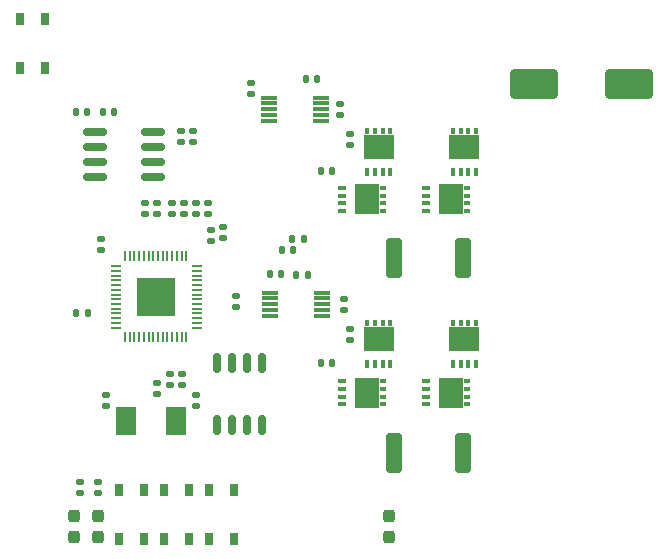
<source format=gtp>
G04 #@! TF.GenerationSoftware,KiCad,Pcbnew,(6.0.6)*
G04 #@! TF.CreationDate,2022-09-05T23:03:05+09:00*
G04 #@! TF.ProjectId,RP_MD,52505f4d-442e-46b6-9963-61645f706362,rev?*
G04 #@! TF.SameCoordinates,Original*
G04 #@! TF.FileFunction,Paste,Top*
G04 #@! TF.FilePolarity,Positive*
%FSLAX46Y46*%
G04 Gerber Fmt 4.6, Leading zero omitted, Abs format (unit mm)*
G04 Created by KiCad (PCBNEW (6.0.6)) date 2022-09-05 23:03:05*
%MOMM*%
%LPD*%
G01*
G04 APERTURE LIST*
G04 Aperture macros list*
%AMRoundRect*
0 Rectangle with rounded corners*
0 $1 Rounding radius*
0 $2 $3 $4 $5 $6 $7 $8 $9 X,Y pos of 4 corners*
0 Add a 4 corners polygon primitive as box body*
4,1,4,$2,$3,$4,$5,$6,$7,$8,$9,$2,$3,0*
0 Add four circle primitives for the rounded corners*
1,1,$1+$1,$2,$3*
1,1,$1+$1,$4,$5*
1,1,$1+$1,$6,$7*
1,1,$1+$1,$8,$9*
0 Add four rect primitives between the rounded corners*
20,1,$1+$1,$2,$3,$4,$5,0*
20,1,$1+$1,$4,$5,$6,$7,0*
20,1,$1+$1,$6,$7,$8,$9,0*
20,1,$1+$1,$8,$9,$2,$3,0*%
G04 Aperture macros list end*
%ADD10RoundRect,0.147500X-0.172500X0.147500X-0.172500X-0.147500X0.172500X-0.147500X0.172500X0.147500X0*%
%ADD11RoundRect,0.147500X-0.147500X-0.172500X0.147500X-0.172500X0.147500X0.172500X-0.147500X0.172500X0*%
%ADD12RoundRect,0.147500X0.172500X-0.147500X0.172500X0.147500X-0.172500X0.147500X-0.172500X-0.147500X0*%
%ADD13RoundRect,0.147500X0.147500X0.172500X-0.147500X0.172500X-0.147500X-0.172500X0.147500X-0.172500X0*%
%ADD14R,1.400000X0.300000*%
%ADD15RoundRect,0.250000X0.425000X1.425000X-0.425000X1.425000X-0.425000X-1.425000X0.425000X-1.425000X0*%
%ADD16R,0.875000X0.200000*%
%ADD17R,0.200000X0.875000*%
%ADD18R,3.200000X3.200000*%
%ADD19RoundRect,0.237500X0.237500X-0.287500X0.237500X0.287500X-0.237500X0.287500X-0.237500X-0.287500X0*%
%ADD20R,0.650000X1.050000*%
%ADD21R,1.800000X2.400000*%
%ADD22RoundRect,0.150000X-0.825000X-0.150000X0.825000X-0.150000X0.825000X0.150000X-0.825000X0.150000X0*%
%ADD23RoundRect,0.250000X-1.750000X-1.000000X1.750000X-1.000000X1.750000X1.000000X-1.750000X1.000000X0*%
%ADD24RoundRect,0.150000X-0.150000X0.675000X-0.150000X-0.675000X0.150000X-0.675000X0.150000X0.675000X0*%
%ADD25R,0.400000X0.700000*%
%ADD26R,0.400000X0.600000*%
%ADD27R,2.650000X2.100000*%
%ADD28R,0.700000X0.400000*%
%ADD29R,0.600000X0.400000*%
%ADD30R,2.100000X2.650000*%
G04 APERTURE END LIST*
D10*
X117094000Y-73937000D03*
X117094000Y-74907000D03*
D11*
X114973000Y-80264000D03*
X115943000Y-80264000D03*
D12*
X121808000Y-71859000D03*
X121808000Y-70889000D03*
X123808000Y-65771000D03*
X123808000Y-64801000D03*
X120792000Y-71859000D03*
X120792000Y-70889000D03*
X124824000Y-65771000D03*
X124824000Y-64801000D03*
D10*
X122936000Y-85367000D03*
X122936000Y-86337000D03*
X125110000Y-70889000D03*
X125110000Y-71859000D03*
X126126000Y-70889000D03*
X126126000Y-71859000D03*
X117490000Y-87145000D03*
X117490000Y-88115000D03*
X125110000Y-87145000D03*
X125110000Y-88115000D03*
X137287000Y-62507000D03*
X137287000Y-63477000D03*
X137668000Y-79017000D03*
X137668000Y-79987000D03*
D11*
X133579000Y-77010000D03*
X134549000Y-77010000D03*
D10*
X127396000Y-72921000D03*
X127396000Y-73891000D03*
D12*
X138176000Y-66017000D03*
X138176000Y-65047000D03*
D13*
X136629000Y-68199000D03*
X135659000Y-68199000D03*
D12*
X129794000Y-61699000D03*
X129794000Y-60729000D03*
D13*
X115911000Y-63254000D03*
X114941000Y-63254000D03*
D11*
X117227000Y-63254000D03*
X118197000Y-63254000D03*
D12*
X121808000Y-87099000D03*
X121808000Y-86129000D03*
X138176000Y-82527000D03*
X138176000Y-81557000D03*
D13*
X136629000Y-84455000D03*
X135659000Y-84455000D03*
D11*
X131341000Y-76962000D03*
X132311000Y-76962000D03*
D14*
X135804000Y-80502000D03*
X135804000Y-80002000D03*
X135804000Y-79502000D03*
X135804000Y-79002000D03*
X135804000Y-78502000D03*
X131404000Y-78502000D03*
X131404000Y-79002000D03*
X131404000Y-79502000D03*
X131404000Y-80002000D03*
X131404000Y-80502000D03*
D15*
X147680000Y-92075000D03*
X141880000Y-92075000D03*
D16*
X118293500Y-76267000D03*
X118293500Y-76667000D03*
X118293500Y-77067000D03*
X118293500Y-77467000D03*
X118293500Y-77867000D03*
X118293500Y-78267000D03*
X118293500Y-78667000D03*
X118293500Y-79067000D03*
X118293500Y-79467000D03*
X118293500Y-79867000D03*
X118293500Y-80267000D03*
X118293500Y-80667000D03*
X118293500Y-81067000D03*
X118293500Y-81467000D03*
D17*
X119081000Y-82304500D03*
X119481000Y-82304500D03*
X119881000Y-82304500D03*
X120281000Y-82304500D03*
X120681000Y-82304500D03*
X121081000Y-82304500D03*
X121481000Y-82304500D03*
X121881000Y-82304500D03*
X122281000Y-82304500D03*
X122681000Y-82304500D03*
X123081000Y-82304500D03*
X123481000Y-82304500D03*
X123881000Y-82304500D03*
X124281000Y-82304500D03*
D16*
X125168500Y-81467000D03*
X125168500Y-81067000D03*
X125168500Y-80667000D03*
X125168500Y-80267000D03*
X125168500Y-79867000D03*
X125168500Y-79467000D03*
X125168500Y-79067000D03*
X125168500Y-78667000D03*
X125168500Y-78267000D03*
X125168500Y-77867000D03*
X125168500Y-77467000D03*
X125168500Y-77067000D03*
X125168500Y-76667000D03*
X125168500Y-76267000D03*
D17*
X124281000Y-75429500D03*
X123881000Y-75429500D03*
X123481000Y-75429500D03*
X123081000Y-75429500D03*
X122681000Y-75429500D03*
X122281000Y-75429500D03*
X121881000Y-75429500D03*
X121481000Y-75429500D03*
X121081000Y-75429500D03*
X120681000Y-75429500D03*
X120281000Y-75429500D03*
X119881000Y-75429500D03*
X119481000Y-75429500D03*
X119081000Y-75429500D03*
D18*
X121681000Y-78867000D03*
D10*
X123078000Y-70889000D03*
X123078000Y-71859000D03*
D12*
X124094000Y-71859000D03*
X124094000Y-70889000D03*
D19*
X116840000Y-99165000D03*
X116840000Y-97415000D03*
D12*
X116840000Y-95481000D03*
X116840000Y-94511000D03*
D20*
X120725000Y-99405000D03*
X120725000Y-95255000D03*
X118575000Y-95255000D03*
X118575000Y-99405000D03*
X124535000Y-99405000D03*
X124535000Y-95255000D03*
X122385000Y-95255000D03*
X122385000Y-99405000D03*
X126179000Y-99405000D03*
X126179000Y-95255000D03*
X128329000Y-95255000D03*
X128329000Y-99405000D03*
D21*
X119200000Y-89408000D03*
X123400000Y-89408000D03*
D15*
X147680000Y-75565000D03*
X141880000Y-75565000D03*
D22*
X116507000Y-64905000D03*
X116507000Y-66175000D03*
X116507000Y-67445000D03*
X116507000Y-68715000D03*
X121457000Y-68715000D03*
X121457000Y-67445000D03*
X121457000Y-66175000D03*
X121457000Y-64905000D03*
D11*
X133246000Y-73978000D03*
X134216000Y-73978000D03*
X132357000Y-74930000D03*
X133327000Y-74930000D03*
D10*
X126380000Y-73175000D03*
X126380000Y-74145000D03*
X128524000Y-78763000D03*
X128524000Y-79733000D03*
D20*
X110177000Y-59479000D03*
X110177000Y-55329000D03*
X112327000Y-59479000D03*
X112327000Y-55329000D03*
D23*
X153720000Y-60830000D03*
X161720000Y-60830000D03*
D11*
X134389000Y-60452000D03*
X135359000Y-60452000D03*
D14*
X135677000Y-63992000D03*
X135677000Y-63492000D03*
X135677000Y-62992000D03*
X135677000Y-62492000D03*
X135677000Y-61992000D03*
X131277000Y-61992000D03*
X131277000Y-62492000D03*
X131277000Y-62992000D03*
X131277000Y-63492000D03*
X131277000Y-63992000D03*
D12*
X115316000Y-95481000D03*
X115316000Y-94511000D03*
D10*
X123952000Y-85367000D03*
X123952000Y-86337000D03*
D19*
X114808000Y-99173000D03*
X114808000Y-97423000D03*
X141478000Y-99173000D03*
X141478000Y-97423000D03*
D24*
X130683000Y-84497000D03*
X129413000Y-84497000D03*
X128143000Y-84497000D03*
X126873000Y-84497000D03*
X126873000Y-89747000D03*
X128143000Y-89747000D03*
X129413000Y-89747000D03*
X130683000Y-89747000D03*
D25*
X146853000Y-68260000D03*
X148153000Y-68260000D03*
X147503000Y-68260000D03*
X148803000Y-68260000D03*
D26*
X148803000Y-64810000D03*
D27*
X147828000Y-66160000D03*
D26*
X148153000Y-64810000D03*
X147503000Y-64810000D03*
X146853000Y-64810000D03*
D28*
X137480000Y-86670000D03*
X137480000Y-86020000D03*
X137480000Y-87320000D03*
X137480000Y-87970000D03*
D29*
X140930000Y-86670000D03*
X140930000Y-87320000D03*
X140930000Y-86020000D03*
X140930000Y-87970000D03*
D30*
X139580000Y-86995000D03*
D25*
X146853000Y-84516000D03*
X147503000Y-84516000D03*
X148153000Y-84516000D03*
X148803000Y-84516000D03*
D27*
X147828000Y-82416000D03*
D26*
X148153000Y-81066000D03*
X147503000Y-81066000D03*
X146853000Y-81066000D03*
X148803000Y-81066000D03*
D28*
X144592000Y-86020000D03*
X144592000Y-86670000D03*
X144592000Y-87320000D03*
X144592000Y-87970000D03*
D30*
X146692000Y-86995000D03*
D29*
X148042000Y-86670000D03*
X148042000Y-87970000D03*
X148042000Y-87320000D03*
X148042000Y-86020000D03*
D28*
X137480000Y-69637000D03*
X137480000Y-70937000D03*
X137480000Y-70287000D03*
X137480000Y-71587000D03*
D29*
X140930000Y-70937000D03*
X140930000Y-70287000D03*
D30*
X139580000Y-70612000D03*
D29*
X140930000Y-71587000D03*
X140930000Y-69637000D03*
D25*
X139614000Y-68260000D03*
X140264000Y-68260000D03*
X140914000Y-68260000D03*
X141564000Y-68260000D03*
D26*
X140914000Y-64810000D03*
X140264000Y-64810000D03*
X141564000Y-64810000D03*
D27*
X140589000Y-66160000D03*
D26*
X139614000Y-64810000D03*
D28*
X144592000Y-69637000D03*
X144592000Y-70937000D03*
X144592000Y-70287000D03*
X144592000Y-71587000D03*
D30*
X146692000Y-70612000D03*
D29*
X148042000Y-69637000D03*
X148042000Y-70287000D03*
X148042000Y-71587000D03*
X148042000Y-70937000D03*
D25*
X139614000Y-84516000D03*
X140264000Y-84516000D03*
X140914000Y-84516000D03*
X141564000Y-84516000D03*
D27*
X140589000Y-82416000D03*
D26*
X140914000Y-81066000D03*
X139614000Y-81066000D03*
X140264000Y-81066000D03*
X141564000Y-81066000D03*
M02*

</source>
